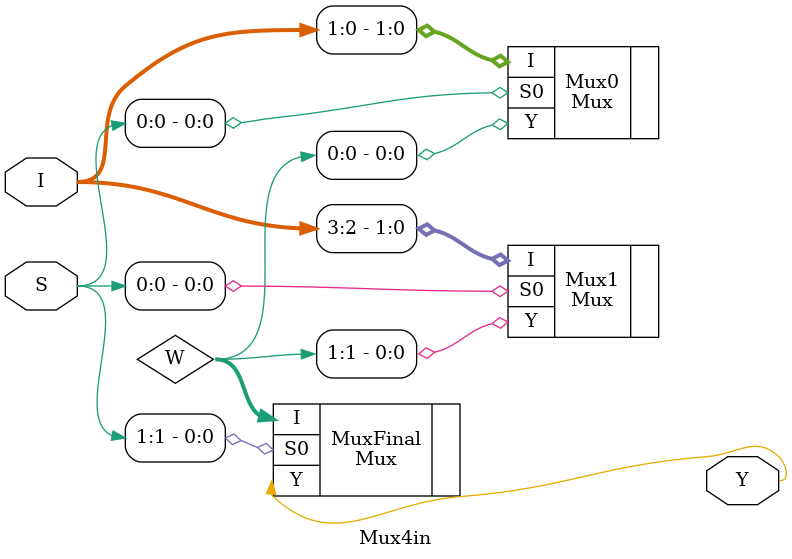
<source format=v>
`timescale 1ns / 1ps





//4Input2Sel Mux
module Mux4in(
    input [1:0] S,
    input [3:0] I,
    output Y
    );
    wire [1:0] W;
   Mux Mux0(.Y(W[0]),.S0(S[0]),.I({I[1],I[0]}));
   Mux Mux1(.Y(W[1]),.S0(S[0]),.I({I[3],I[2]}));//it was originally .S0(S[1]) https://www.youtube.com/watch?v=S9UU9EuY3rQ
   Mux MuxFinal(.Y(Y),.S0(S[1]),.I({W[1],W[0]}));
    
endmodule

</source>
